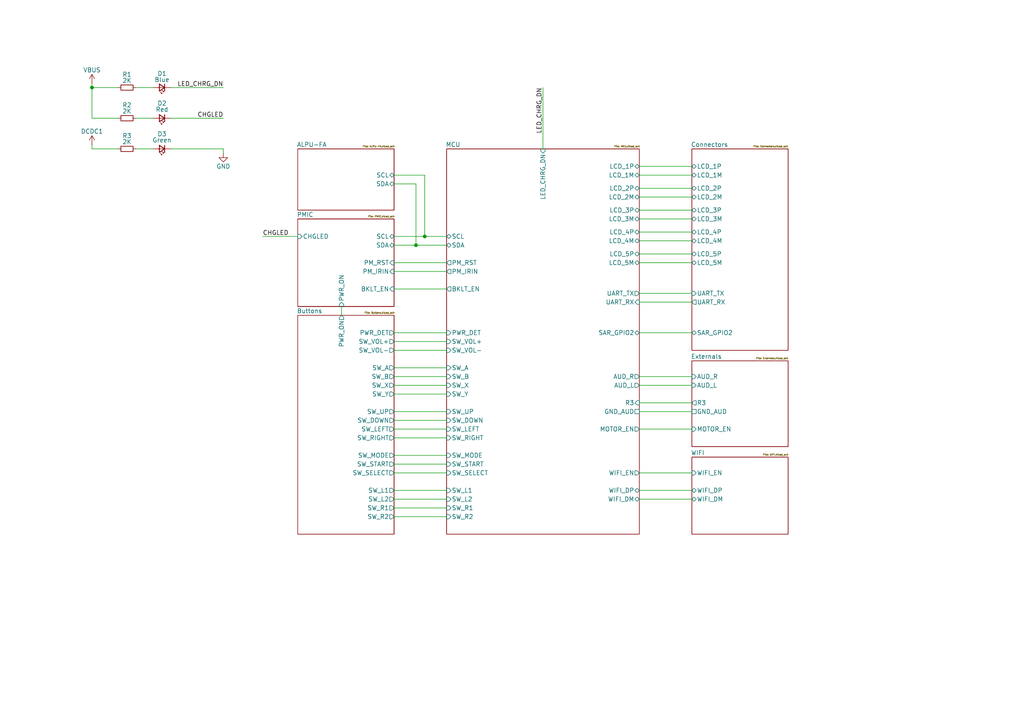
<source format=kicad_sch>
(kicad_sch (version 20231120) (generator "eeschema") (generator_version "8.0")
  (paper "A4")
  (lib_symbols
    (symbol "Device:LED_Small" (pin_numbers hide) (pin_names (offset 0.254) hide)
      (property "Reference" "D" (at -1.27 3.175 0))
      (property "Value" "LED_Small" (at -4.445 -2.54 0))
      (symbol "LED_Small_0_1"
        (polyline (pts (xy -0.762 -1.016) (xy -0.762 1.016)) (stroke (width 0.254)))
        (polyline (pts (xy 1.016 0) (xy -0.762 0)))
        (polyline (pts (xy 0.762 -1.016) (xy -0.762 0) (xy 0.762 1.016) (xy 0.762 -1.016)) (stroke (width 0.254)))
        (polyline (pts (xy 0 0.762) (xy -0.508 1.27) (xy -0.254 1.27) (xy -0.508 1.27) (xy -0.508 1.016)))
        (polyline (pts (xy 0.508 1.27) (xy 0 1.778) (xy 0.254 1.778) (xy 0 1.778) (xy 0 1.524)))
      )
      (symbol "LED_Small_1_1"
        (pin passive line (at -2.54 0 0) (length 1.778) (name "K") (number "1"))
        (pin passive line (at 2.54 0 180) (length 1.778) (name "A") (number "2"))
      )
    )
    (symbol "Device:R_Small" (pin_numbers hide) (pin_names (offset 0.254) hide)
      (property "Reference" "R" (at 0.762 0.508 0))
      (property "Value" "R_Small" (at 0.762 -1.016 0))
      (symbol "R_Small_0_1"
        (rectangle (start -0.762 1.778) (end 0.762 -1.778) (stroke (width 0.2032)))
      )
      (symbol "R_Small_1_1"
        (pin passive line (at 0 2.54 270) (length 0.762) (name "~") (number "1"))
        (pin passive line (at 0 -2.54 90) (length 0.762) (name "~") (number "2"))
      )
    )
    (symbol "power:GND" (power) (pin_numbers hide) (pin_names (offset 0) hide)
      (property "Value" "GND" (at 0 -3.81 0))
      (symbol "GND_0_1"
        (polyline (pts (xy 0 0) (xy 0 -1.27) (xy 1.27 -1.27) (xy 0 -2.54) (xy -1.27 -1.27) (xy 0 -1.27)))
      )
      (symbol "GND_1_1"
        (pin power_in line (at 0 0 270) (length 0) (name "~") (number "1"))
      )
    )
    (symbol "power:VCC" (power) (pin_numbers hide) (pin_names (offset 0) hide)
      (property "Value" "VCC" (at 0 3.556 0))
      (symbol "VCC_0_1"
        (polyline (pts (xy -0.762 1.27) (xy 0 2.54)))
        (polyline (pts (xy 0 0) (xy 0 2.54)))
        (polyline (pts (xy 0 2.54) (xy 0.762 1.27)))
      )
      (symbol "VCC_1_1"
        (pin power_in line (at 0 0 90) (length 0) (name "~") (number "1"))
      )
    )
  )
  (junction (at 26.67 25.4))
  (junction (at 123.19 68.58))
  (junction (at 120.65 71.12))
  (wire (pts (xy 114.3 83.82) (xy 129.54 83.82)))
  (wire (pts (xy 185.42 142.24) (xy 200.66 142.24)))
  (wire (pts (xy 39.37 34.29) (xy 44.45 34.29)))
  (wire (pts (xy 114.3 111.76) (xy 129.54 111.76)))
  (wire (pts (xy 26.67 41.91) (xy 26.67 43.18)))
  (wire (pts (xy 185.42 109.22) (xy 200.66 109.22)))
  (wire (pts (xy 114.3 137.16) (xy 129.54 137.16)))
  (wire (pts (xy 157.48 25.4) (xy 157.48 43.18)))
  (wire (pts (xy 114.3 99.06) (xy 129.54 99.06)))
  (wire (pts (xy 185.42 137.16) (xy 200.66 137.16)))
  (wire (pts (xy 185.42 69.85) (xy 200.66 69.85)))
  (wire (pts (xy 99.06 88.9) (xy 99.06 91.44)))
  (wire (pts (xy 114.3 114.3) (xy 129.54 114.3)))
  (wire (pts (xy 26.67 25.4) (xy 26.67 34.29)))
  (wire (pts (xy 114.3 144.78) (xy 129.54 144.78)))
  (wire (pts (xy 39.37 43.18) (xy 44.45 43.18)))
  (wire (pts (xy 185.42 67.31) (xy 200.66 67.31)))
  (wire (pts (xy 39.37 25.4) (xy 44.45 25.4)))
  (wire (pts (xy 114.3 132.08) (xy 129.54 132.08)))
  (wire (pts (xy 114.3 149.86) (xy 129.54 149.86)))
  (wire (pts (xy 123.19 68.58) (xy 129.54 68.58)))
  (wire (pts (xy 185.42 124.46) (xy 200.66 124.46)))
  (wire (pts (xy 49.53 43.18) (xy 64.77 43.18)))
  (wire (pts (xy 185.42 57.15) (xy 200.66 57.15)))
  (wire (pts (xy 114.3 142.24) (xy 129.54 142.24)))
  (wire (pts (xy 114.3 106.68) (xy 129.54 106.68)))
  (wire (pts (xy 185.42 60.96) (xy 200.66 60.96)))
  (wire (pts (xy 120.65 71.12) (xy 129.54 71.12)))
  (wire (pts (xy 185.42 63.5) (xy 200.66 63.5)))
  (wire (pts (xy 185.42 96.52) (xy 200.66 96.52)))
  (wire (pts (xy 114.3 119.38) (xy 129.54 119.38)))
  (wire (pts (xy 114.3 76.2) (xy 129.54 76.2)))
  (wire (pts (xy 185.42 87.63) (xy 200.66 87.63)))
  (wire (pts (xy 49.53 25.4) (xy 64.77 25.4)))
  (wire (pts (xy 185.42 119.38) (xy 200.66 119.38)))
  (wire (pts (xy 185.42 48.26) (xy 200.66 48.26)))
  (wire (pts (xy 185.42 111.76) (xy 200.66 111.76)))
  (wire (pts (xy 26.67 43.18) (xy 34.29 43.18)))
  (wire (pts (xy 26.67 34.29) (xy 34.29 34.29)))
  (wire (pts (xy 185.42 85.09) (xy 200.66 85.09)))
  (wire (pts (xy 185.42 144.78) (xy 200.66 144.78)))
  (wire (pts (xy 114.3 127) (xy 129.54 127)))
  (wire (pts (xy 114.3 101.6) (xy 129.54 101.6)))
  (wire (pts (xy 64.77 43.18) (xy 64.77 44.45)))
  (wire (pts (xy 114.3 124.46) (xy 129.54 124.46)))
  (wire (pts (xy 49.53 34.29) (xy 64.77 34.29)))
  (wire (pts (xy 114.3 121.92) (xy 129.54 121.92)))
  (wire (pts (xy 123.19 50.8) (xy 123.19 68.58)))
  (wire (pts (xy 114.3 78.74) (xy 129.54 78.74)))
  (wire (pts (xy 114.3 50.8) (xy 123.19 50.8)))
  (wire (pts (xy 185.42 73.66) (xy 200.66 73.66)))
  (wire (pts (xy 185.42 54.61) (xy 200.66 54.61)))
  (wire (pts (xy 120.65 71.12) (xy 120.65 53.34)))
  (wire (pts (xy 76.2 68.58) (xy 86.36 68.58)))
  (wire (pts (xy 185.42 116.84) (xy 200.66 116.84)))
  (wire (pts (xy 114.3 68.58) (xy 123.19 68.58)))
  (wire (pts (xy 185.42 50.8) (xy 200.66 50.8)))
  (wire (pts (xy 26.67 24.13) (xy 26.67 25.4)))
  (wire (pts (xy 114.3 96.52) (xy 129.54 96.52)))
  (wire (pts (xy 114.3 134.62) (xy 129.54 134.62)))
  (wire (pts (xy 114.3 147.32) (xy 129.54 147.32)))
  (wire (pts (xy 114.3 71.12) (xy 120.65 71.12)))
  (wire (pts (xy 120.65 53.34) (xy 114.3 53.34)))
  (wire (pts (xy 185.42 76.2) (xy 200.66 76.2)))
  (wire (pts (xy 26.67 25.4) (xy 34.29 25.4)))
  (wire (pts (xy 114.3 109.22) (xy 129.54 109.22)))
  (label "LED_CHRG_DN" (at 157.48 25.4 270))
  (label "LED_CHRG_DN" (at 64.77 25.4 180))
  (label "CHGLED" (at 64.77 34.29 180))
  (label "CHGLED" (at 76.2 68.58 0))
  (symbol (lib_id "Device:LED_Small") (at 46.99 43.18 180) (unit 1)
    (property "Reference" "D3" (at 46.99 38.862 0))
    (property "Value" "Green" (at 46.99 40.64 0))
    (property "Footprint" "LED_SMD:LED_0603_1608Metric" (effects (hide yes)))
  )
  (symbol (lib_id "power:VCC") (at 26.67 24.13 0) (unit 1)
    (property "Reference" "#PWR094" (effects (hide yes)))
    (property "Value" "VBUS" (at 26.67 20.32 0))
    (property "Description" "Power symbol creates a global label with name \"VCC\"" (effects (hide yes)))
  )
  (symbol (lib_id "power:VCC") (at 26.67 41.91 0) (unit 1)
    (property "Reference" "#PWR044" (effects (hide yes)))
    (property "Value" "DCDC1" (at 26.67 38.1 0))
    (property "Description" "Power symbol creates a global label with name \"VCC\"" (effects (hide yes)))
  )
  (symbol (lib_id "Device:LED_Small") (at 46.99 25.4 180) (unit 1)
    (property "Reference" "D1" (at 46.99 21.336 0))
    (property "Value" "Blue" (at 46.99 23.114 0))
    (property "Footprint" "LED_SMD:LED_0603_1608Metric" (effects (hide yes)))
  )
  (symbol (lib_id "Device:R_Small") (at 36.83 43.18 270) (mirror x) (unit 1)
    (property "Reference" "R3" (at 36.83 39.37 90))
    (property "Value" "2K" (at 36.83 41.148 90))
    (property "Footprint" "Resistor_SMD:R_0402_1005Metric" (effects (hide yes)))
  )
  (symbol (lib_id "power:GND") (at 64.77 44.45 0) (unit 1)
    (property "Reference" "#PWR043" (effects (hide yes)))
    (property "Value" "GND" (at 64.77 48.26 0))
    (property "Description" "Power symbol creates a global label with name \"GND\" , ground" (effects (hide yes)))
  )
  (symbol (lib_id "Device:R_Small") (at 36.83 25.4 270) (unit 1)
    (property "Reference" "R1" (at 36.83 21.59 90))
    (property "Value" "2K" (at 36.83 23.368 90))
    (property "Footprint" "Resistor_SMD:R_0402_1005Metric" (effects (hide yes)))
  )
  (symbol (lib_id "Device:LED_Small") (at 46.99 34.29 180) (unit 1)
    (property "Reference" "D2" (at 46.99 29.972 0))
    (property "Value" "Red" (at 46.99 31.75 0))
    (property "Footprint" "LED_SMD:LED_0603_1608Metric" (effects (hide yes)))
  )
  (symbol (lib_id "Device:R_Small") (at 36.83 34.29 90) (unit 1)
    (property "Reference" "R2" (at 36.83 30.48 90))
    (property "Value" "2K" (at 36.83 32.258 90))
    (property "Footprint" "Resistor_SMD:R_0402_1005Metric" (effects (hide yes)))
  )
  (sheet (at 200.66 132.588) (size 27.94 22.352) (stroke (width 0.1524))
    (property "Sheetname" "WIFI" (at 200.406 132.08 0) (effects (justify left bottom)))
    (property "Sheetfile" "WIFI.kicad_sch" (at 221.234 131.572 0) (effects (font (size 0.5 0.5)) (justify left top)))
    (pin "WIFI_DP" bidirectional (at 200.66 142.24 180))
    (pin "WIFI_DM" bidirectional (at 200.66 144.78 180))
    (pin "WIFI_EN" input (at 200.66 137.16 180))
  )
  (sheet (at 129.54 43.18) (size 55.88 111.76) (stroke (width 0.1524))
    (property "Sheetname" "MCU" (at 129.286 42.672 0) (effects (justify left bottom)))
    (property "Sheetfile" "MCU.kicad_sch" (at 178.054 42.164 0) (effects (font (size 0.5 0.5)) (justify left top)))
    (pin "LCD_1P" bidirectional (at 185.42 48.26 0))
    (pin "WIFI_EN" output (at 185.42 137.16 0))
    (pin "SW_VOL+" input (at 129.54 99.06 180))
    (pin "SW_VOL-" input (at 129.54 101.6 180))
    (pin "LCD_1M" bidirectional (at 185.42 50.8 0))
    (pin "LCD_2P" bidirectional (at 185.42 54.61 0))
    (pin "LCD_2M" bidirectional (at 185.42 57.15 0))
    (pin "LCD_3P" bidirectional (at 185.42 60.96 0))
    (pin "LCD_3M" bidirectional (at 185.42 63.5 0))
    (pin "LCD_4P" bidirectional (at 185.42 67.31 0))
    (pin "LCD_4M" bidirectional (at 185.42 69.85 0))
    (pin "LCD_5P" bidirectional (at 185.42 73.66 0))
    (pin "LCD_5M" bidirectional (at 185.42 76.2 0))
    (pin "GND_AUD" passive (at 185.42 119.38 0))
    (pin "R3" input (at 185.42 116.84 0))
    (pin "SCL" bidirectional (at 129.54 68.58 180))
    (pin "SDA" bidirectional (at 129.54 71.12 180))
    (pin "SW_UP" input (at 129.54 119.38 180))
    (pin "SW_LEFT" input (at 129.54 124.46 180))
    (pin "SW_DOWN" input (at 129.54 121.92 180))
    (pin "AUD_R" output (at 185.42 109.22 0))
    (pin "AUD_L" output (at 185.42 111.76 0))
    (pin "WIFI_DP" bidirectional (at 185.42 142.24 0))
    (pin "WIFI_DM" bidirectional (at 185.42 144.78 0))
    (pin "UART_TX" output (at 185.42 85.09 0))
    (pin "MOTOR_EN" output (at 185.42 124.46 0))
    (pin "UART_RX" input (at 185.42 87.63 0))
    (pin "SW_R2" input (at 129.54 149.86 180))
    (pin "PM_IRIN" output (at 129.54 78.74 180))
    (pin "SW_MODE" input (at 129.54 132.08 180))
    (pin "SW_L1" input (at 129.54 142.24 180))
    (pin "SW_L2" input (at 129.54 144.78 180))
    (pin "SW_R1" input (at 129.54 147.32 180))
    (pin "LED_CHRG_DN" input (at 157.48 43.18 90))
    (pin "SW_A" input (at 129.54 106.68 180))
    (pin "BKLT_EN" output (at 129.54 83.82 180))
    (pin "SW_RIGHT" input (at 129.54 127 180))
    (pin "SW_B" input (at 129.54 109.22 180))
    (pin "SW_X" input (at 129.54 111.76 180))
    (pin "SW_Y" input (at 129.54 114.3 180))
    (pin "SW_SELECT" input (at 129.54 137.16 180))
    (pin "SW_START" input (at 129.54 134.62 180))
    (pin "PWR_DET" input (at 129.54 96.52 180))
    (pin "PM_RST" output (at 129.54 76.2 180))
    (pin "SAR_GPIO2" bidirectional (at 185.42 96.52 0))
  )
  (sheet (at 200.66 104.648) (size 27.94 24.892) (stroke (width 0.1524))
    (property "Sheetname" "Externals" (at 200.406 104.14 0) (effects (justify left bottom)))
    (property "Sheetfile" "Externals.kicad_sch" (at 219.202 103.632 0) (effects (font (size 0.5 0.5)) (justify left top)))
    (pin "AUD_R" input (at 200.66 109.22 180))
    (pin "AUD_L" input (at 200.66 111.76 180))
    (pin "MOTOR_EN" input (at 200.66 124.46 180))
    (pin "GND_AUD" passive (at 200.66 119.38 180))
    (pin "R3" output (at 200.66 116.84 180))
  )
  (sheet (at 86.36 43.18) (size 27.94 17.78) (stroke (width 0.1524))
    (property "Sheetname" "ALPU-FA" (at 86.106 42.672 0) (effects (justify left bottom)))
    (property "Sheetfile" "ALPU-FA.kicad_sch" (at 105.156 42.164 0) (effects (font (size 0.5 0.5)) (justify left top)))
    (pin "SCL" bidirectional (at 114.3 50.8 0))
    (pin "SDA" bidirectional (at 114.3 53.34 0))
  )
  (sheet (at 86.36 91.44) (size 27.94 63.5) (stroke (width 0.1524))
    (property "Sheetname" "Buttons" (at 86.106 90.932 0) (effects (justify left bottom)))
    (property "Sheetfile" "Buttons.kicad_sch" (at 105.664 90.424 0) (effects (font (size 0.5 0.5)) (justify left top)))
    (pin "SW_MODE" output (at 114.3 132.08 0))
    (pin "SW_L1" output (at 114.3 142.24 0))
    (pin "SW_L2" output (at 114.3 144.78 0))
    (pin "SW_SELECT" output (at 114.3 137.16 0))
    (pin "SW_START" output (at 114.3 134.62 0))
    (pin "SW_R1" output (at 114.3 147.32 0))
    (pin "SW_R2" output (at 114.3 149.86 0))
    (pin "SW_VOL+" output (at 114.3 99.06 0))
    (pin "SW_VOL-" output (at 114.3 101.6 0))
    (pin "SW_UP" output (at 114.3 119.38 0))
    (pin "SW_RIGHT" output (at 114.3 127 0))
    (pin "SW_LEFT" output (at 114.3 124.46 0))
    (pin "SW_DOWN" output (at 114.3 121.92 0))
    (pin "SW_A" output (at 114.3 106.68 0))
    (pin "SW_Y" output (at 114.3 114.3 0))
    (pin "SW_X" output (at 114.3 111.76 0))
    (pin "SW_B" output (at 114.3 109.22 0))
    (pin "PWR_DET" output (at 114.3 96.52 0))
    (pin "PWR_ON" output (at 99.06 91.44 90))
  )
  (sheet (at 86.36 63.5) (size 27.94 25.4) (stroke (width 0.1524))
    (property "Sheetname" "PMIC" (at 86.106 62.992 0) (effects (justify left bottom)))
    (property "Sheetfile" "PMIC.kicad_sch" (at 106.68 62.484 0) (effects (font (size 0.5 0.5)) (justify left top)))
    (pin "PWR_ON" input (at 99.06 88.9 270))
    (pin "SCL" bidirectional (at 114.3 68.58 0))
    (pin "PM_RST" input (at 114.3 76.2 0))
    (pin "SDA" bidirectional (at 114.3 71.12 0))
    (pin "CHGLED" input (at 86.36 68.58 180))
    (pin "PM_IRIN" input (at 114.3 78.74 0))
    (pin "BKLT_EN" input (at 114.3 83.82 0))
  )
  (sheet (at 200.66 43.18) (size 27.94 58.42) (stroke (width 0.1524))
    (property "Sheetname" "Connectors" (at 200.406 42.672 0) (effects (justify left bottom)))
    (property "Sheetfile" "Connectors.kicad_sch" (at 218.44 42.164 0) (effects (font (size 0.5 0.5)) (justify left top)))
    (pin "LCD_2M" bidirectional (at 200.66 57.15 180))
    (pin "LCD_2P" bidirectional (at 200.66 54.61 180))
    (pin "SAR_GPIO2" bidirectional (at 200.66 96.52 180))
    (pin "LCD_1M" bidirectional (at 200.66 50.8 180))
    (pin "LCD_1P" bidirectional (at 200.66 48.26 180))
    (pin "UART_RX" output (at 200.66 87.63 180))
    (pin "UART_TX" input (at 200.66 85.09 180))
    (pin "LCD_5P" bidirectional (at 200.66 73.66 180))
    (pin "LCD_5M" bidirectional (at 200.66 76.2 180))
    (pin "LCD_3P" bidirectional (at 200.66 60.96 180))
    (pin "LCD_4M" bidirectional (at 200.66 69.85 180))
    (pin "LCD_4P" bidirectional (at 200.66 67.31 180))
    (pin "LCD_3M" bidirectional (at 200.66 63.5 180))
  )
)
</source>
